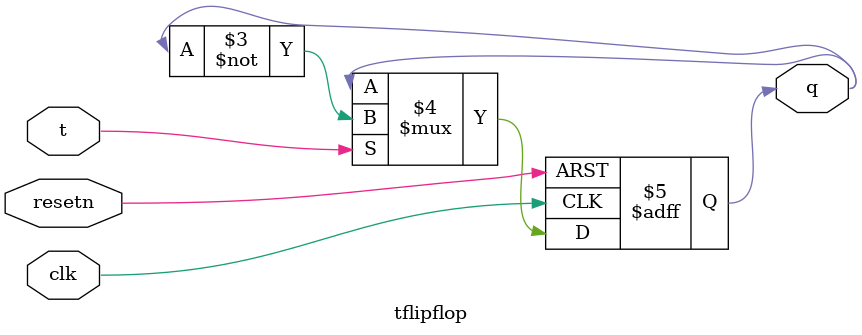
<source format=v>


module tflipflop (resetn, t, clk, q);
    input resetn, t, clk;
    output reg q;

    always @(posedge clk or negedge resetn) begin
   	 if (~resetn)
   		 q <= 0;
   	 else
   		 q <= t ? ~q : q;
    end
endmodule
</source>
